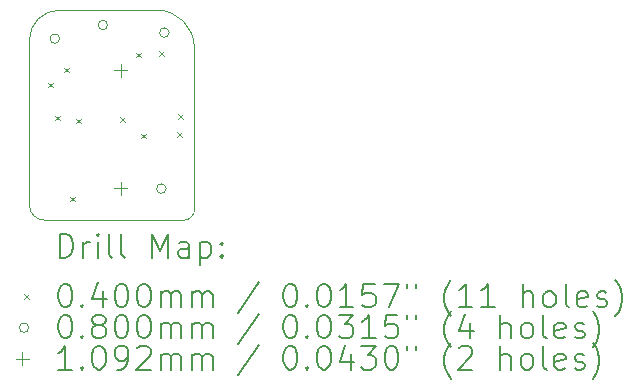
<source format=gbr>
%TF.GenerationSoftware,KiCad,Pcbnew,7.0.7*%
%TF.CreationDate,2023-12-15T10:50:05-05:00*%
%TF.ProjectId,Conference Circuit 1214,436f6e66-6572-4656-9e63-652043697263,rev?*%
%TF.SameCoordinates,Original*%
%TF.FileFunction,Drillmap*%
%TF.FilePolarity,Positive*%
%FSLAX45Y45*%
G04 Gerber Fmt 4.5, Leading zero omitted, Abs format (unit mm)*
G04 Created by KiCad (PCBNEW 7.0.7) date 2023-12-15 10:50:05*
%MOMM*%
%LPD*%
G01*
G04 APERTURE LIST*
%ADD10C,0.100000*%
%ADD11C,0.200000*%
%ADD12C,0.040000*%
%ADD13C,0.080000*%
%ADD14C,0.109220*%
G04 APERTURE END LIST*
D10*
X16319500Y-9207500D02*
X16319500Y-10287000D01*
X14922500Y-10541000D02*
G75*
G03*
X15049500Y-10668000I127000J0D01*
G01*
X16230600Y-10668903D02*
X15049500Y-10668000D01*
X16230600Y-10668902D02*
G75*
G03*
X16319500Y-10566400I0J89802D01*
G01*
X16319500Y-10287000D02*
X16319500Y-10566400D01*
X16319500Y-9207500D02*
G75*
G03*
X16002000Y-8890000I-317500J0D01*
G01*
X14922500Y-10541000D02*
X14922500Y-10287000D01*
X16002000Y-8890000D02*
X15176500Y-8890000D01*
X14922500Y-9144000D02*
X14922500Y-10287000D01*
X15176500Y-8890000D02*
G75*
G03*
X14922500Y-9144000I0J-254000D01*
G01*
D11*
D12*
X15080300Y-9505000D02*
X15120300Y-9545000D01*
X15120300Y-9505000D02*
X15080300Y-9545000D01*
X15143800Y-9784400D02*
X15183800Y-9824400D01*
X15183800Y-9784400D02*
X15143800Y-9824400D01*
X15220000Y-9378000D02*
X15260000Y-9418000D01*
X15260000Y-9378000D02*
X15220000Y-9418000D01*
X15270800Y-10470200D02*
X15310800Y-10510200D01*
X15310800Y-10470200D02*
X15270800Y-10510200D01*
X15321600Y-9809800D02*
X15361600Y-9849800D01*
X15361600Y-9809800D02*
X15321600Y-9849800D01*
X15689900Y-9797100D02*
X15729900Y-9837100D01*
X15729900Y-9797100D02*
X15689900Y-9837100D01*
X15829600Y-9251000D02*
X15869600Y-9291000D01*
X15869600Y-9251000D02*
X15829600Y-9291000D01*
X15867700Y-9936800D02*
X15907700Y-9976800D01*
X15907700Y-9936800D02*
X15867700Y-9976800D01*
X16020100Y-9238300D02*
X16060100Y-9278300D01*
X16060100Y-9238300D02*
X16020100Y-9278300D01*
X16172500Y-9924100D02*
X16212500Y-9964100D01*
X16212500Y-9924100D02*
X16172500Y-9964100D01*
X16185200Y-9771700D02*
X16225200Y-9811700D01*
X16225200Y-9771700D02*
X16185200Y-9811700D01*
D13*
X15178400Y-9131300D02*
G75*
G03*
X15178400Y-9131300I-40000J0D01*
G01*
X15584800Y-9017000D02*
G75*
G03*
X15584800Y-9017000I-40000J0D01*
G01*
X16080100Y-10401300D02*
G75*
G03*
X16080100Y-10401300I-40000J0D01*
G01*
X16105500Y-9080500D02*
G75*
G03*
X16105500Y-9080500I-40000J0D01*
G01*
D14*
X15696500Y-9344150D02*
X15696500Y-9453370D01*
X15641890Y-9398760D02*
X15751110Y-9398760D01*
X15696500Y-10344150D02*
X15696500Y-10453370D01*
X15641890Y-10398760D02*
X15751110Y-10398760D01*
D11*
X15178277Y-10985386D02*
X15178277Y-10785386D01*
X15178277Y-10785386D02*
X15225896Y-10785386D01*
X15225896Y-10785386D02*
X15254467Y-10794910D01*
X15254467Y-10794910D02*
X15273515Y-10813958D01*
X15273515Y-10813958D02*
X15283039Y-10833005D01*
X15283039Y-10833005D02*
X15292562Y-10871101D01*
X15292562Y-10871101D02*
X15292562Y-10899672D01*
X15292562Y-10899672D02*
X15283039Y-10937767D01*
X15283039Y-10937767D02*
X15273515Y-10956815D01*
X15273515Y-10956815D02*
X15254467Y-10975863D01*
X15254467Y-10975863D02*
X15225896Y-10985386D01*
X15225896Y-10985386D02*
X15178277Y-10985386D01*
X15378277Y-10985386D02*
X15378277Y-10852053D01*
X15378277Y-10890148D02*
X15387801Y-10871101D01*
X15387801Y-10871101D02*
X15397324Y-10861577D01*
X15397324Y-10861577D02*
X15416372Y-10852053D01*
X15416372Y-10852053D02*
X15435420Y-10852053D01*
X15502086Y-10985386D02*
X15502086Y-10852053D01*
X15502086Y-10785386D02*
X15492562Y-10794910D01*
X15492562Y-10794910D02*
X15502086Y-10804434D01*
X15502086Y-10804434D02*
X15511610Y-10794910D01*
X15511610Y-10794910D02*
X15502086Y-10785386D01*
X15502086Y-10785386D02*
X15502086Y-10804434D01*
X15625896Y-10985386D02*
X15606848Y-10975863D01*
X15606848Y-10975863D02*
X15597324Y-10956815D01*
X15597324Y-10956815D02*
X15597324Y-10785386D01*
X15730658Y-10985386D02*
X15711610Y-10975863D01*
X15711610Y-10975863D02*
X15702086Y-10956815D01*
X15702086Y-10956815D02*
X15702086Y-10785386D01*
X15959229Y-10985386D02*
X15959229Y-10785386D01*
X15959229Y-10785386D02*
X16025896Y-10928243D01*
X16025896Y-10928243D02*
X16092562Y-10785386D01*
X16092562Y-10785386D02*
X16092562Y-10985386D01*
X16273515Y-10985386D02*
X16273515Y-10880624D01*
X16273515Y-10880624D02*
X16263991Y-10861577D01*
X16263991Y-10861577D02*
X16244943Y-10852053D01*
X16244943Y-10852053D02*
X16206848Y-10852053D01*
X16206848Y-10852053D02*
X16187801Y-10861577D01*
X16273515Y-10975863D02*
X16254467Y-10985386D01*
X16254467Y-10985386D02*
X16206848Y-10985386D01*
X16206848Y-10985386D02*
X16187801Y-10975863D01*
X16187801Y-10975863D02*
X16178277Y-10956815D01*
X16178277Y-10956815D02*
X16178277Y-10937767D01*
X16178277Y-10937767D02*
X16187801Y-10918720D01*
X16187801Y-10918720D02*
X16206848Y-10909196D01*
X16206848Y-10909196D02*
X16254467Y-10909196D01*
X16254467Y-10909196D02*
X16273515Y-10899672D01*
X16368753Y-10852053D02*
X16368753Y-11052053D01*
X16368753Y-10861577D02*
X16387801Y-10852053D01*
X16387801Y-10852053D02*
X16425896Y-10852053D01*
X16425896Y-10852053D02*
X16444943Y-10861577D01*
X16444943Y-10861577D02*
X16454467Y-10871101D01*
X16454467Y-10871101D02*
X16463991Y-10890148D01*
X16463991Y-10890148D02*
X16463991Y-10947291D01*
X16463991Y-10947291D02*
X16454467Y-10966339D01*
X16454467Y-10966339D02*
X16444943Y-10975863D01*
X16444943Y-10975863D02*
X16425896Y-10985386D01*
X16425896Y-10985386D02*
X16387801Y-10985386D01*
X16387801Y-10985386D02*
X16368753Y-10975863D01*
X16549705Y-10966339D02*
X16559229Y-10975863D01*
X16559229Y-10975863D02*
X16549705Y-10985386D01*
X16549705Y-10985386D02*
X16540182Y-10975863D01*
X16540182Y-10975863D02*
X16549705Y-10966339D01*
X16549705Y-10966339D02*
X16549705Y-10985386D01*
X16549705Y-10861577D02*
X16559229Y-10871101D01*
X16559229Y-10871101D02*
X16549705Y-10880624D01*
X16549705Y-10880624D02*
X16540182Y-10871101D01*
X16540182Y-10871101D02*
X16549705Y-10861577D01*
X16549705Y-10861577D02*
X16549705Y-10880624D01*
D12*
X14877500Y-11293902D02*
X14917500Y-11333902D01*
X14917500Y-11293902D02*
X14877500Y-11333902D01*
D11*
X15216372Y-11205386D02*
X15235420Y-11205386D01*
X15235420Y-11205386D02*
X15254467Y-11214910D01*
X15254467Y-11214910D02*
X15263991Y-11224434D01*
X15263991Y-11224434D02*
X15273515Y-11243481D01*
X15273515Y-11243481D02*
X15283039Y-11281577D01*
X15283039Y-11281577D02*
X15283039Y-11329196D01*
X15283039Y-11329196D02*
X15273515Y-11367291D01*
X15273515Y-11367291D02*
X15263991Y-11386339D01*
X15263991Y-11386339D02*
X15254467Y-11395862D01*
X15254467Y-11395862D02*
X15235420Y-11405386D01*
X15235420Y-11405386D02*
X15216372Y-11405386D01*
X15216372Y-11405386D02*
X15197324Y-11395862D01*
X15197324Y-11395862D02*
X15187801Y-11386339D01*
X15187801Y-11386339D02*
X15178277Y-11367291D01*
X15178277Y-11367291D02*
X15168753Y-11329196D01*
X15168753Y-11329196D02*
X15168753Y-11281577D01*
X15168753Y-11281577D02*
X15178277Y-11243481D01*
X15178277Y-11243481D02*
X15187801Y-11224434D01*
X15187801Y-11224434D02*
X15197324Y-11214910D01*
X15197324Y-11214910D02*
X15216372Y-11205386D01*
X15368753Y-11386339D02*
X15378277Y-11395862D01*
X15378277Y-11395862D02*
X15368753Y-11405386D01*
X15368753Y-11405386D02*
X15359229Y-11395862D01*
X15359229Y-11395862D02*
X15368753Y-11386339D01*
X15368753Y-11386339D02*
X15368753Y-11405386D01*
X15549705Y-11272053D02*
X15549705Y-11405386D01*
X15502086Y-11195862D02*
X15454467Y-11338720D01*
X15454467Y-11338720D02*
X15578277Y-11338720D01*
X15692562Y-11205386D02*
X15711610Y-11205386D01*
X15711610Y-11205386D02*
X15730658Y-11214910D01*
X15730658Y-11214910D02*
X15740182Y-11224434D01*
X15740182Y-11224434D02*
X15749705Y-11243481D01*
X15749705Y-11243481D02*
X15759229Y-11281577D01*
X15759229Y-11281577D02*
X15759229Y-11329196D01*
X15759229Y-11329196D02*
X15749705Y-11367291D01*
X15749705Y-11367291D02*
X15740182Y-11386339D01*
X15740182Y-11386339D02*
X15730658Y-11395862D01*
X15730658Y-11395862D02*
X15711610Y-11405386D01*
X15711610Y-11405386D02*
X15692562Y-11405386D01*
X15692562Y-11405386D02*
X15673515Y-11395862D01*
X15673515Y-11395862D02*
X15663991Y-11386339D01*
X15663991Y-11386339D02*
X15654467Y-11367291D01*
X15654467Y-11367291D02*
X15644943Y-11329196D01*
X15644943Y-11329196D02*
X15644943Y-11281577D01*
X15644943Y-11281577D02*
X15654467Y-11243481D01*
X15654467Y-11243481D02*
X15663991Y-11224434D01*
X15663991Y-11224434D02*
X15673515Y-11214910D01*
X15673515Y-11214910D02*
X15692562Y-11205386D01*
X15883039Y-11205386D02*
X15902086Y-11205386D01*
X15902086Y-11205386D02*
X15921134Y-11214910D01*
X15921134Y-11214910D02*
X15930658Y-11224434D01*
X15930658Y-11224434D02*
X15940182Y-11243481D01*
X15940182Y-11243481D02*
X15949705Y-11281577D01*
X15949705Y-11281577D02*
X15949705Y-11329196D01*
X15949705Y-11329196D02*
X15940182Y-11367291D01*
X15940182Y-11367291D02*
X15930658Y-11386339D01*
X15930658Y-11386339D02*
X15921134Y-11395862D01*
X15921134Y-11395862D02*
X15902086Y-11405386D01*
X15902086Y-11405386D02*
X15883039Y-11405386D01*
X15883039Y-11405386D02*
X15863991Y-11395862D01*
X15863991Y-11395862D02*
X15854467Y-11386339D01*
X15854467Y-11386339D02*
X15844943Y-11367291D01*
X15844943Y-11367291D02*
X15835420Y-11329196D01*
X15835420Y-11329196D02*
X15835420Y-11281577D01*
X15835420Y-11281577D02*
X15844943Y-11243481D01*
X15844943Y-11243481D02*
X15854467Y-11224434D01*
X15854467Y-11224434D02*
X15863991Y-11214910D01*
X15863991Y-11214910D02*
X15883039Y-11205386D01*
X16035420Y-11405386D02*
X16035420Y-11272053D01*
X16035420Y-11291100D02*
X16044943Y-11281577D01*
X16044943Y-11281577D02*
X16063991Y-11272053D01*
X16063991Y-11272053D02*
X16092563Y-11272053D01*
X16092563Y-11272053D02*
X16111610Y-11281577D01*
X16111610Y-11281577D02*
X16121134Y-11300624D01*
X16121134Y-11300624D02*
X16121134Y-11405386D01*
X16121134Y-11300624D02*
X16130658Y-11281577D01*
X16130658Y-11281577D02*
X16149705Y-11272053D01*
X16149705Y-11272053D02*
X16178277Y-11272053D01*
X16178277Y-11272053D02*
X16197324Y-11281577D01*
X16197324Y-11281577D02*
X16206848Y-11300624D01*
X16206848Y-11300624D02*
X16206848Y-11405386D01*
X16302086Y-11405386D02*
X16302086Y-11272053D01*
X16302086Y-11291100D02*
X16311610Y-11281577D01*
X16311610Y-11281577D02*
X16330658Y-11272053D01*
X16330658Y-11272053D02*
X16359229Y-11272053D01*
X16359229Y-11272053D02*
X16378277Y-11281577D01*
X16378277Y-11281577D02*
X16387801Y-11300624D01*
X16387801Y-11300624D02*
X16387801Y-11405386D01*
X16387801Y-11300624D02*
X16397324Y-11281577D01*
X16397324Y-11281577D02*
X16416372Y-11272053D01*
X16416372Y-11272053D02*
X16444943Y-11272053D01*
X16444943Y-11272053D02*
X16463991Y-11281577D01*
X16463991Y-11281577D02*
X16473515Y-11300624D01*
X16473515Y-11300624D02*
X16473515Y-11405386D01*
X16863991Y-11195862D02*
X16692563Y-11453005D01*
X17121134Y-11205386D02*
X17140182Y-11205386D01*
X17140182Y-11205386D02*
X17159229Y-11214910D01*
X17159229Y-11214910D02*
X17168753Y-11224434D01*
X17168753Y-11224434D02*
X17178277Y-11243481D01*
X17178277Y-11243481D02*
X17187801Y-11281577D01*
X17187801Y-11281577D02*
X17187801Y-11329196D01*
X17187801Y-11329196D02*
X17178277Y-11367291D01*
X17178277Y-11367291D02*
X17168753Y-11386339D01*
X17168753Y-11386339D02*
X17159229Y-11395862D01*
X17159229Y-11395862D02*
X17140182Y-11405386D01*
X17140182Y-11405386D02*
X17121134Y-11405386D01*
X17121134Y-11405386D02*
X17102087Y-11395862D01*
X17102087Y-11395862D02*
X17092563Y-11386339D01*
X17092563Y-11386339D02*
X17083039Y-11367291D01*
X17083039Y-11367291D02*
X17073515Y-11329196D01*
X17073515Y-11329196D02*
X17073515Y-11281577D01*
X17073515Y-11281577D02*
X17083039Y-11243481D01*
X17083039Y-11243481D02*
X17092563Y-11224434D01*
X17092563Y-11224434D02*
X17102087Y-11214910D01*
X17102087Y-11214910D02*
X17121134Y-11205386D01*
X17273515Y-11386339D02*
X17283039Y-11395862D01*
X17283039Y-11395862D02*
X17273515Y-11405386D01*
X17273515Y-11405386D02*
X17263991Y-11395862D01*
X17263991Y-11395862D02*
X17273515Y-11386339D01*
X17273515Y-11386339D02*
X17273515Y-11405386D01*
X17406848Y-11205386D02*
X17425896Y-11205386D01*
X17425896Y-11205386D02*
X17444944Y-11214910D01*
X17444944Y-11214910D02*
X17454468Y-11224434D01*
X17454468Y-11224434D02*
X17463991Y-11243481D01*
X17463991Y-11243481D02*
X17473515Y-11281577D01*
X17473515Y-11281577D02*
X17473515Y-11329196D01*
X17473515Y-11329196D02*
X17463991Y-11367291D01*
X17463991Y-11367291D02*
X17454468Y-11386339D01*
X17454468Y-11386339D02*
X17444944Y-11395862D01*
X17444944Y-11395862D02*
X17425896Y-11405386D01*
X17425896Y-11405386D02*
X17406848Y-11405386D01*
X17406848Y-11405386D02*
X17387801Y-11395862D01*
X17387801Y-11395862D02*
X17378277Y-11386339D01*
X17378277Y-11386339D02*
X17368753Y-11367291D01*
X17368753Y-11367291D02*
X17359229Y-11329196D01*
X17359229Y-11329196D02*
X17359229Y-11281577D01*
X17359229Y-11281577D02*
X17368753Y-11243481D01*
X17368753Y-11243481D02*
X17378277Y-11224434D01*
X17378277Y-11224434D02*
X17387801Y-11214910D01*
X17387801Y-11214910D02*
X17406848Y-11205386D01*
X17663991Y-11405386D02*
X17549706Y-11405386D01*
X17606848Y-11405386D02*
X17606848Y-11205386D01*
X17606848Y-11205386D02*
X17587801Y-11233958D01*
X17587801Y-11233958D02*
X17568753Y-11253005D01*
X17568753Y-11253005D02*
X17549706Y-11262529D01*
X17844944Y-11205386D02*
X17749706Y-11205386D01*
X17749706Y-11205386D02*
X17740182Y-11300624D01*
X17740182Y-11300624D02*
X17749706Y-11291100D01*
X17749706Y-11291100D02*
X17768753Y-11281577D01*
X17768753Y-11281577D02*
X17816372Y-11281577D01*
X17816372Y-11281577D02*
X17835420Y-11291100D01*
X17835420Y-11291100D02*
X17844944Y-11300624D01*
X17844944Y-11300624D02*
X17854468Y-11319672D01*
X17854468Y-11319672D02*
X17854468Y-11367291D01*
X17854468Y-11367291D02*
X17844944Y-11386339D01*
X17844944Y-11386339D02*
X17835420Y-11395862D01*
X17835420Y-11395862D02*
X17816372Y-11405386D01*
X17816372Y-11405386D02*
X17768753Y-11405386D01*
X17768753Y-11405386D02*
X17749706Y-11395862D01*
X17749706Y-11395862D02*
X17740182Y-11386339D01*
X17921134Y-11205386D02*
X18054468Y-11205386D01*
X18054468Y-11205386D02*
X17968753Y-11405386D01*
X18121134Y-11205386D02*
X18121134Y-11243481D01*
X18197325Y-11205386D02*
X18197325Y-11243481D01*
X18492563Y-11481577D02*
X18483039Y-11472053D01*
X18483039Y-11472053D02*
X18463991Y-11443481D01*
X18463991Y-11443481D02*
X18454468Y-11424434D01*
X18454468Y-11424434D02*
X18444944Y-11395862D01*
X18444944Y-11395862D02*
X18435420Y-11348243D01*
X18435420Y-11348243D02*
X18435420Y-11310148D01*
X18435420Y-11310148D02*
X18444944Y-11262529D01*
X18444944Y-11262529D02*
X18454468Y-11233958D01*
X18454468Y-11233958D02*
X18463991Y-11214910D01*
X18463991Y-11214910D02*
X18483039Y-11186339D01*
X18483039Y-11186339D02*
X18492563Y-11176815D01*
X18673515Y-11405386D02*
X18559230Y-11405386D01*
X18616372Y-11405386D02*
X18616372Y-11205386D01*
X18616372Y-11205386D02*
X18597325Y-11233958D01*
X18597325Y-11233958D02*
X18578277Y-11253005D01*
X18578277Y-11253005D02*
X18559230Y-11262529D01*
X18863991Y-11405386D02*
X18749706Y-11405386D01*
X18806849Y-11405386D02*
X18806849Y-11205386D01*
X18806849Y-11205386D02*
X18787801Y-11233958D01*
X18787801Y-11233958D02*
X18768753Y-11253005D01*
X18768753Y-11253005D02*
X18749706Y-11262529D01*
X19102087Y-11405386D02*
X19102087Y-11205386D01*
X19187801Y-11405386D02*
X19187801Y-11300624D01*
X19187801Y-11300624D02*
X19178277Y-11281577D01*
X19178277Y-11281577D02*
X19159230Y-11272053D01*
X19159230Y-11272053D02*
X19130658Y-11272053D01*
X19130658Y-11272053D02*
X19111611Y-11281577D01*
X19111611Y-11281577D02*
X19102087Y-11291100D01*
X19311611Y-11405386D02*
X19292563Y-11395862D01*
X19292563Y-11395862D02*
X19283039Y-11386339D01*
X19283039Y-11386339D02*
X19273515Y-11367291D01*
X19273515Y-11367291D02*
X19273515Y-11310148D01*
X19273515Y-11310148D02*
X19283039Y-11291100D01*
X19283039Y-11291100D02*
X19292563Y-11281577D01*
X19292563Y-11281577D02*
X19311611Y-11272053D01*
X19311611Y-11272053D02*
X19340182Y-11272053D01*
X19340182Y-11272053D02*
X19359230Y-11281577D01*
X19359230Y-11281577D02*
X19368753Y-11291100D01*
X19368753Y-11291100D02*
X19378277Y-11310148D01*
X19378277Y-11310148D02*
X19378277Y-11367291D01*
X19378277Y-11367291D02*
X19368753Y-11386339D01*
X19368753Y-11386339D02*
X19359230Y-11395862D01*
X19359230Y-11395862D02*
X19340182Y-11405386D01*
X19340182Y-11405386D02*
X19311611Y-11405386D01*
X19492563Y-11405386D02*
X19473515Y-11395862D01*
X19473515Y-11395862D02*
X19463992Y-11376815D01*
X19463992Y-11376815D02*
X19463992Y-11205386D01*
X19644944Y-11395862D02*
X19625896Y-11405386D01*
X19625896Y-11405386D02*
X19587801Y-11405386D01*
X19587801Y-11405386D02*
X19568753Y-11395862D01*
X19568753Y-11395862D02*
X19559230Y-11376815D01*
X19559230Y-11376815D02*
X19559230Y-11300624D01*
X19559230Y-11300624D02*
X19568753Y-11281577D01*
X19568753Y-11281577D02*
X19587801Y-11272053D01*
X19587801Y-11272053D02*
X19625896Y-11272053D01*
X19625896Y-11272053D02*
X19644944Y-11281577D01*
X19644944Y-11281577D02*
X19654468Y-11300624D01*
X19654468Y-11300624D02*
X19654468Y-11319672D01*
X19654468Y-11319672D02*
X19559230Y-11338720D01*
X19730658Y-11395862D02*
X19749706Y-11405386D01*
X19749706Y-11405386D02*
X19787801Y-11405386D01*
X19787801Y-11405386D02*
X19806849Y-11395862D01*
X19806849Y-11395862D02*
X19816373Y-11376815D01*
X19816373Y-11376815D02*
X19816373Y-11367291D01*
X19816373Y-11367291D02*
X19806849Y-11348243D01*
X19806849Y-11348243D02*
X19787801Y-11338720D01*
X19787801Y-11338720D02*
X19759230Y-11338720D01*
X19759230Y-11338720D02*
X19740182Y-11329196D01*
X19740182Y-11329196D02*
X19730658Y-11310148D01*
X19730658Y-11310148D02*
X19730658Y-11300624D01*
X19730658Y-11300624D02*
X19740182Y-11281577D01*
X19740182Y-11281577D02*
X19759230Y-11272053D01*
X19759230Y-11272053D02*
X19787801Y-11272053D01*
X19787801Y-11272053D02*
X19806849Y-11281577D01*
X19883039Y-11481577D02*
X19892563Y-11472053D01*
X19892563Y-11472053D02*
X19911611Y-11443481D01*
X19911611Y-11443481D02*
X19921134Y-11424434D01*
X19921134Y-11424434D02*
X19930658Y-11395862D01*
X19930658Y-11395862D02*
X19940182Y-11348243D01*
X19940182Y-11348243D02*
X19940182Y-11310148D01*
X19940182Y-11310148D02*
X19930658Y-11262529D01*
X19930658Y-11262529D02*
X19921134Y-11233958D01*
X19921134Y-11233958D02*
X19911611Y-11214910D01*
X19911611Y-11214910D02*
X19892563Y-11186339D01*
X19892563Y-11186339D02*
X19883039Y-11176815D01*
D13*
X14917500Y-11577902D02*
G75*
G03*
X14917500Y-11577902I-40000J0D01*
G01*
D11*
X15216372Y-11469386D02*
X15235420Y-11469386D01*
X15235420Y-11469386D02*
X15254467Y-11478910D01*
X15254467Y-11478910D02*
X15263991Y-11488434D01*
X15263991Y-11488434D02*
X15273515Y-11507481D01*
X15273515Y-11507481D02*
X15283039Y-11545577D01*
X15283039Y-11545577D02*
X15283039Y-11593196D01*
X15283039Y-11593196D02*
X15273515Y-11631291D01*
X15273515Y-11631291D02*
X15263991Y-11650339D01*
X15263991Y-11650339D02*
X15254467Y-11659862D01*
X15254467Y-11659862D02*
X15235420Y-11669386D01*
X15235420Y-11669386D02*
X15216372Y-11669386D01*
X15216372Y-11669386D02*
X15197324Y-11659862D01*
X15197324Y-11659862D02*
X15187801Y-11650339D01*
X15187801Y-11650339D02*
X15178277Y-11631291D01*
X15178277Y-11631291D02*
X15168753Y-11593196D01*
X15168753Y-11593196D02*
X15168753Y-11545577D01*
X15168753Y-11545577D02*
X15178277Y-11507481D01*
X15178277Y-11507481D02*
X15187801Y-11488434D01*
X15187801Y-11488434D02*
X15197324Y-11478910D01*
X15197324Y-11478910D02*
X15216372Y-11469386D01*
X15368753Y-11650339D02*
X15378277Y-11659862D01*
X15378277Y-11659862D02*
X15368753Y-11669386D01*
X15368753Y-11669386D02*
X15359229Y-11659862D01*
X15359229Y-11659862D02*
X15368753Y-11650339D01*
X15368753Y-11650339D02*
X15368753Y-11669386D01*
X15492562Y-11555100D02*
X15473515Y-11545577D01*
X15473515Y-11545577D02*
X15463991Y-11536053D01*
X15463991Y-11536053D02*
X15454467Y-11517005D01*
X15454467Y-11517005D02*
X15454467Y-11507481D01*
X15454467Y-11507481D02*
X15463991Y-11488434D01*
X15463991Y-11488434D02*
X15473515Y-11478910D01*
X15473515Y-11478910D02*
X15492562Y-11469386D01*
X15492562Y-11469386D02*
X15530658Y-11469386D01*
X15530658Y-11469386D02*
X15549705Y-11478910D01*
X15549705Y-11478910D02*
X15559229Y-11488434D01*
X15559229Y-11488434D02*
X15568753Y-11507481D01*
X15568753Y-11507481D02*
X15568753Y-11517005D01*
X15568753Y-11517005D02*
X15559229Y-11536053D01*
X15559229Y-11536053D02*
X15549705Y-11545577D01*
X15549705Y-11545577D02*
X15530658Y-11555100D01*
X15530658Y-11555100D02*
X15492562Y-11555100D01*
X15492562Y-11555100D02*
X15473515Y-11564624D01*
X15473515Y-11564624D02*
X15463991Y-11574148D01*
X15463991Y-11574148D02*
X15454467Y-11593196D01*
X15454467Y-11593196D02*
X15454467Y-11631291D01*
X15454467Y-11631291D02*
X15463991Y-11650339D01*
X15463991Y-11650339D02*
X15473515Y-11659862D01*
X15473515Y-11659862D02*
X15492562Y-11669386D01*
X15492562Y-11669386D02*
X15530658Y-11669386D01*
X15530658Y-11669386D02*
X15549705Y-11659862D01*
X15549705Y-11659862D02*
X15559229Y-11650339D01*
X15559229Y-11650339D02*
X15568753Y-11631291D01*
X15568753Y-11631291D02*
X15568753Y-11593196D01*
X15568753Y-11593196D02*
X15559229Y-11574148D01*
X15559229Y-11574148D02*
X15549705Y-11564624D01*
X15549705Y-11564624D02*
X15530658Y-11555100D01*
X15692562Y-11469386D02*
X15711610Y-11469386D01*
X15711610Y-11469386D02*
X15730658Y-11478910D01*
X15730658Y-11478910D02*
X15740182Y-11488434D01*
X15740182Y-11488434D02*
X15749705Y-11507481D01*
X15749705Y-11507481D02*
X15759229Y-11545577D01*
X15759229Y-11545577D02*
X15759229Y-11593196D01*
X15759229Y-11593196D02*
X15749705Y-11631291D01*
X15749705Y-11631291D02*
X15740182Y-11650339D01*
X15740182Y-11650339D02*
X15730658Y-11659862D01*
X15730658Y-11659862D02*
X15711610Y-11669386D01*
X15711610Y-11669386D02*
X15692562Y-11669386D01*
X15692562Y-11669386D02*
X15673515Y-11659862D01*
X15673515Y-11659862D02*
X15663991Y-11650339D01*
X15663991Y-11650339D02*
X15654467Y-11631291D01*
X15654467Y-11631291D02*
X15644943Y-11593196D01*
X15644943Y-11593196D02*
X15644943Y-11545577D01*
X15644943Y-11545577D02*
X15654467Y-11507481D01*
X15654467Y-11507481D02*
X15663991Y-11488434D01*
X15663991Y-11488434D02*
X15673515Y-11478910D01*
X15673515Y-11478910D02*
X15692562Y-11469386D01*
X15883039Y-11469386D02*
X15902086Y-11469386D01*
X15902086Y-11469386D02*
X15921134Y-11478910D01*
X15921134Y-11478910D02*
X15930658Y-11488434D01*
X15930658Y-11488434D02*
X15940182Y-11507481D01*
X15940182Y-11507481D02*
X15949705Y-11545577D01*
X15949705Y-11545577D02*
X15949705Y-11593196D01*
X15949705Y-11593196D02*
X15940182Y-11631291D01*
X15940182Y-11631291D02*
X15930658Y-11650339D01*
X15930658Y-11650339D02*
X15921134Y-11659862D01*
X15921134Y-11659862D02*
X15902086Y-11669386D01*
X15902086Y-11669386D02*
X15883039Y-11669386D01*
X15883039Y-11669386D02*
X15863991Y-11659862D01*
X15863991Y-11659862D02*
X15854467Y-11650339D01*
X15854467Y-11650339D02*
X15844943Y-11631291D01*
X15844943Y-11631291D02*
X15835420Y-11593196D01*
X15835420Y-11593196D02*
X15835420Y-11545577D01*
X15835420Y-11545577D02*
X15844943Y-11507481D01*
X15844943Y-11507481D02*
X15854467Y-11488434D01*
X15854467Y-11488434D02*
X15863991Y-11478910D01*
X15863991Y-11478910D02*
X15883039Y-11469386D01*
X16035420Y-11669386D02*
X16035420Y-11536053D01*
X16035420Y-11555100D02*
X16044943Y-11545577D01*
X16044943Y-11545577D02*
X16063991Y-11536053D01*
X16063991Y-11536053D02*
X16092563Y-11536053D01*
X16092563Y-11536053D02*
X16111610Y-11545577D01*
X16111610Y-11545577D02*
X16121134Y-11564624D01*
X16121134Y-11564624D02*
X16121134Y-11669386D01*
X16121134Y-11564624D02*
X16130658Y-11545577D01*
X16130658Y-11545577D02*
X16149705Y-11536053D01*
X16149705Y-11536053D02*
X16178277Y-11536053D01*
X16178277Y-11536053D02*
X16197324Y-11545577D01*
X16197324Y-11545577D02*
X16206848Y-11564624D01*
X16206848Y-11564624D02*
X16206848Y-11669386D01*
X16302086Y-11669386D02*
X16302086Y-11536053D01*
X16302086Y-11555100D02*
X16311610Y-11545577D01*
X16311610Y-11545577D02*
X16330658Y-11536053D01*
X16330658Y-11536053D02*
X16359229Y-11536053D01*
X16359229Y-11536053D02*
X16378277Y-11545577D01*
X16378277Y-11545577D02*
X16387801Y-11564624D01*
X16387801Y-11564624D02*
X16387801Y-11669386D01*
X16387801Y-11564624D02*
X16397324Y-11545577D01*
X16397324Y-11545577D02*
X16416372Y-11536053D01*
X16416372Y-11536053D02*
X16444943Y-11536053D01*
X16444943Y-11536053D02*
X16463991Y-11545577D01*
X16463991Y-11545577D02*
X16473515Y-11564624D01*
X16473515Y-11564624D02*
X16473515Y-11669386D01*
X16863991Y-11459862D02*
X16692563Y-11717005D01*
X17121134Y-11469386D02*
X17140182Y-11469386D01*
X17140182Y-11469386D02*
X17159229Y-11478910D01*
X17159229Y-11478910D02*
X17168753Y-11488434D01*
X17168753Y-11488434D02*
X17178277Y-11507481D01*
X17178277Y-11507481D02*
X17187801Y-11545577D01*
X17187801Y-11545577D02*
X17187801Y-11593196D01*
X17187801Y-11593196D02*
X17178277Y-11631291D01*
X17178277Y-11631291D02*
X17168753Y-11650339D01*
X17168753Y-11650339D02*
X17159229Y-11659862D01*
X17159229Y-11659862D02*
X17140182Y-11669386D01*
X17140182Y-11669386D02*
X17121134Y-11669386D01*
X17121134Y-11669386D02*
X17102087Y-11659862D01*
X17102087Y-11659862D02*
X17092563Y-11650339D01*
X17092563Y-11650339D02*
X17083039Y-11631291D01*
X17083039Y-11631291D02*
X17073515Y-11593196D01*
X17073515Y-11593196D02*
X17073515Y-11545577D01*
X17073515Y-11545577D02*
X17083039Y-11507481D01*
X17083039Y-11507481D02*
X17092563Y-11488434D01*
X17092563Y-11488434D02*
X17102087Y-11478910D01*
X17102087Y-11478910D02*
X17121134Y-11469386D01*
X17273515Y-11650339D02*
X17283039Y-11659862D01*
X17283039Y-11659862D02*
X17273515Y-11669386D01*
X17273515Y-11669386D02*
X17263991Y-11659862D01*
X17263991Y-11659862D02*
X17273515Y-11650339D01*
X17273515Y-11650339D02*
X17273515Y-11669386D01*
X17406848Y-11469386D02*
X17425896Y-11469386D01*
X17425896Y-11469386D02*
X17444944Y-11478910D01*
X17444944Y-11478910D02*
X17454468Y-11488434D01*
X17454468Y-11488434D02*
X17463991Y-11507481D01*
X17463991Y-11507481D02*
X17473515Y-11545577D01*
X17473515Y-11545577D02*
X17473515Y-11593196D01*
X17473515Y-11593196D02*
X17463991Y-11631291D01*
X17463991Y-11631291D02*
X17454468Y-11650339D01*
X17454468Y-11650339D02*
X17444944Y-11659862D01*
X17444944Y-11659862D02*
X17425896Y-11669386D01*
X17425896Y-11669386D02*
X17406848Y-11669386D01*
X17406848Y-11669386D02*
X17387801Y-11659862D01*
X17387801Y-11659862D02*
X17378277Y-11650339D01*
X17378277Y-11650339D02*
X17368753Y-11631291D01*
X17368753Y-11631291D02*
X17359229Y-11593196D01*
X17359229Y-11593196D02*
X17359229Y-11545577D01*
X17359229Y-11545577D02*
X17368753Y-11507481D01*
X17368753Y-11507481D02*
X17378277Y-11488434D01*
X17378277Y-11488434D02*
X17387801Y-11478910D01*
X17387801Y-11478910D02*
X17406848Y-11469386D01*
X17540182Y-11469386D02*
X17663991Y-11469386D01*
X17663991Y-11469386D02*
X17597325Y-11545577D01*
X17597325Y-11545577D02*
X17625896Y-11545577D01*
X17625896Y-11545577D02*
X17644944Y-11555100D01*
X17644944Y-11555100D02*
X17654468Y-11564624D01*
X17654468Y-11564624D02*
X17663991Y-11583672D01*
X17663991Y-11583672D02*
X17663991Y-11631291D01*
X17663991Y-11631291D02*
X17654468Y-11650339D01*
X17654468Y-11650339D02*
X17644944Y-11659862D01*
X17644944Y-11659862D02*
X17625896Y-11669386D01*
X17625896Y-11669386D02*
X17568753Y-11669386D01*
X17568753Y-11669386D02*
X17549706Y-11659862D01*
X17549706Y-11659862D02*
X17540182Y-11650339D01*
X17854468Y-11669386D02*
X17740182Y-11669386D01*
X17797325Y-11669386D02*
X17797325Y-11469386D01*
X17797325Y-11469386D02*
X17778277Y-11497958D01*
X17778277Y-11497958D02*
X17759229Y-11517005D01*
X17759229Y-11517005D02*
X17740182Y-11526529D01*
X18035420Y-11469386D02*
X17940182Y-11469386D01*
X17940182Y-11469386D02*
X17930658Y-11564624D01*
X17930658Y-11564624D02*
X17940182Y-11555100D01*
X17940182Y-11555100D02*
X17959229Y-11545577D01*
X17959229Y-11545577D02*
X18006849Y-11545577D01*
X18006849Y-11545577D02*
X18025896Y-11555100D01*
X18025896Y-11555100D02*
X18035420Y-11564624D01*
X18035420Y-11564624D02*
X18044944Y-11583672D01*
X18044944Y-11583672D02*
X18044944Y-11631291D01*
X18044944Y-11631291D02*
X18035420Y-11650339D01*
X18035420Y-11650339D02*
X18025896Y-11659862D01*
X18025896Y-11659862D02*
X18006849Y-11669386D01*
X18006849Y-11669386D02*
X17959229Y-11669386D01*
X17959229Y-11669386D02*
X17940182Y-11659862D01*
X17940182Y-11659862D02*
X17930658Y-11650339D01*
X18121134Y-11469386D02*
X18121134Y-11507481D01*
X18197325Y-11469386D02*
X18197325Y-11507481D01*
X18492563Y-11745577D02*
X18483039Y-11736053D01*
X18483039Y-11736053D02*
X18463991Y-11707481D01*
X18463991Y-11707481D02*
X18454468Y-11688434D01*
X18454468Y-11688434D02*
X18444944Y-11659862D01*
X18444944Y-11659862D02*
X18435420Y-11612243D01*
X18435420Y-11612243D02*
X18435420Y-11574148D01*
X18435420Y-11574148D02*
X18444944Y-11526529D01*
X18444944Y-11526529D02*
X18454468Y-11497958D01*
X18454468Y-11497958D02*
X18463991Y-11478910D01*
X18463991Y-11478910D02*
X18483039Y-11450339D01*
X18483039Y-11450339D02*
X18492563Y-11440815D01*
X18654468Y-11536053D02*
X18654468Y-11669386D01*
X18606849Y-11459862D02*
X18559230Y-11602720D01*
X18559230Y-11602720D02*
X18683039Y-11602720D01*
X18911611Y-11669386D02*
X18911611Y-11469386D01*
X18997325Y-11669386D02*
X18997325Y-11564624D01*
X18997325Y-11564624D02*
X18987801Y-11545577D01*
X18987801Y-11545577D02*
X18968753Y-11536053D01*
X18968753Y-11536053D02*
X18940182Y-11536053D01*
X18940182Y-11536053D02*
X18921134Y-11545577D01*
X18921134Y-11545577D02*
X18911611Y-11555100D01*
X19121134Y-11669386D02*
X19102087Y-11659862D01*
X19102087Y-11659862D02*
X19092563Y-11650339D01*
X19092563Y-11650339D02*
X19083039Y-11631291D01*
X19083039Y-11631291D02*
X19083039Y-11574148D01*
X19083039Y-11574148D02*
X19092563Y-11555100D01*
X19092563Y-11555100D02*
X19102087Y-11545577D01*
X19102087Y-11545577D02*
X19121134Y-11536053D01*
X19121134Y-11536053D02*
X19149706Y-11536053D01*
X19149706Y-11536053D02*
X19168753Y-11545577D01*
X19168753Y-11545577D02*
X19178277Y-11555100D01*
X19178277Y-11555100D02*
X19187801Y-11574148D01*
X19187801Y-11574148D02*
X19187801Y-11631291D01*
X19187801Y-11631291D02*
X19178277Y-11650339D01*
X19178277Y-11650339D02*
X19168753Y-11659862D01*
X19168753Y-11659862D02*
X19149706Y-11669386D01*
X19149706Y-11669386D02*
X19121134Y-11669386D01*
X19302087Y-11669386D02*
X19283039Y-11659862D01*
X19283039Y-11659862D02*
X19273515Y-11640815D01*
X19273515Y-11640815D02*
X19273515Y-11469386D01*
X19454468Y-11659862D02*
X19435420Y-11669386D01*
X19435420Y-11669386D02*
X19397325Y-11669386D01*
X19397325Y-11669386D02*
X19378277Y-11659862D01*
X19378277Y-11659862D02*
X19368753Y-11640815D01*
X19368753Y-11640815D02*
X19368753Y-11564624D01*
X19368753Y-11564624D02*
X19378277Y-11545577D01*
X19378277Y-11545577D02*
X19397325Y-11536053D01*
X19397325Y-11536053D02*
X19435420Y-11536053D01*
X19435420Y-11536053D02*
X19454468Y-11545577D01*
X19454468Y-11545577D02*
X19463992Y-11564624D01*
X19463992Y-11564624D02*
X19463992Y-11583672D01*
X19463992Y-11583672D02*
X19368753Y-11602720D01*
X19540182Y-11659862D02*
X19559230Y-11669386D01*
X19559230Y-11669386D02*
X19597325Y-11669386D01*
X19597325Y-11669386D02*
X19616373Y-11659862D01*
X19616373Y-11659862D02*
X19625896Y-11640815D01*
X19625896Y-11640815D02*
X19625896Y-11631291D01*
X19625896Y-11631291D02*
X19616373Y-11612243D01*
X19616373Y-11612243D02*
X19597325Y-11602720D01*
X19597325Y-11602720D02*
X19568753Y-11602720D01*
X19568753Y-11602720D02*
X19549706Y-11593196D01*
X19549706Y-11593196D02*
X19540182Y-11574148D01*
X19540182Y-11574148D02*
X19540182Y-11564624D01*
X19540182Y-11564624D02*
X19549706Y-11545577D01*
X19549706Y-11545577D02*
X19568753Y-11536053D01*
X19568753Y-11536053D02*
X19597325Y-11536053D01*
X19597325Y-11536053D02*
X19616373Y-11545577D01*
X19692563Y-11745577D02*
X19702087Y-11736053D01*
X19702087Y-11736053D02*
X19721134Y-11707481D01*
X19721134Y-11707481D02*
X19730658Y-11688434D01*
X19730658Y-11688434D02*
X19740182Y-11659862D01*
X19740182Y-11659862D02*
X19749706Y-11612243D01*
X19749706Y-11612243D02*
X19749706Y-11574148D01*
X19749706Y-11574148D02*
X19740182Y-11526529D01*
X19740182Y-11526529D02*
X19730658Y-11497958D01*
X19730658Y-11497958D02*
X19721134Y-11478910D01*
X19721134Y-11478910D02*
X19702087Y-11450339D01*
X19702087Y-11450339D02*
X19692563Y-11440815D01*
D14*
X14862890Y-11787292D02*
X14862890Y-11896512D01*
X14808280Y-11841902D02*
X14917500Y-11841902D01*
D11*
X15283039Y-11933386D02*
X15168753Y-11933386D01*
X15225896Y-11933386D02*
X15225896Y-11733386D01*
X15225896Y-11733386D02*
X15206848Y-11761958D01*
X15206848Y-11761958D02*
X15187801Y-11781005D01*
X15187801Y-11781005D02*
X15168753Y-11790529D01*
X15368753Y-11914339D02*
X15378277Y-11923862D01*
X15378277Y-11923862D02*
X15368753Y-11933386D01*
X15368753Y-11933386D02*
X15359229Y-11923862D01*
X15359229Y-11923862D02*
X15368753Y-11914339D01*
X15368753Y-11914339D02*
X15368753Y-11933386D01*
X15502086Y-11733386D02*
X15521134Y-11733386D01*
X15521134Y-11733386D02*
X15540182Y-11742910D01*
X15540182Y-11742910D02*
X15549705Y-11752434D01*
X15549705Y-11752434D02*
X15559229Y-11771481D01*
X15559229Y-11771481D02*
X15568753Y-11809577D01*
X15568753Y-11809577D02*
X15568753Y-11857196D01*
X15568753Y-11857196D02*
X15559229Y-11895291D01*
X15559229Y-11895291D02*
X15549705Y-11914339D01*
X15549705Y-11914339D02*
X15540182Y-11923862D01*
X15540182Y-11923862D02*
X15521134Y-11933386D01*
X15521134Y-11933386D02*
X15502086Y-11933386D01*
X15502086Y-11933386D02*
X15483039Y-11923862D01*
X15483039Y-11923862D02*
X15473515Y-11914339D01*
X15473515Y-11914339D02*
X15463991Y-11895291D01*
X15463991Y-11895291D02*
X15454467Y-11857196D01*
X15454467Y-11857196D02*
X15454467Y-11809577D01*
X15454467Y-11809577D02*
X15463991Y-11771481D01*
X15463991Y-11771481D02*
X15473515Y-11752434D01*
X15473515Y-11752434D02*
X15483039Y-11742910D01*
X15483039Y-11742910D02*
X15502086Y-11733386D01*
X15663991Y-11933386D02*
X15702086Y-11933386D01*
X15702086Y-11933386D02*
X15721134Y-11923862D01*
X15721134Y-11923862D02*
X15730658Y-11914339D01*
X15730658Y-11914339D02*
X15749705Y-11885767D01*
X15749705Y-11885767D02*
X15759229Y-11847672D01*
X15759229Y-11847672D02*
X15759229Y-11771481D01*
X15759229Y-11771481D02*
X15749705Y-11752434D01*
X15749705Y-11752434D02*
X15740182Y-11742910D01*
X15740182Y-11742910D02*
X15721134Y-11733386D01*
X15721134Y-11733386D02*
X15683039Y-11733386D01*
X15683039Y-11733386D02*
X15663991Y-11742910D01*
X15663991Y-11742910D02*
X15654467Y-11752434D01*
X15654467Y-11752434D02*
X15644943Y-11771481D01*
X15644943Y-11771481D02*
X15644943Y-11819100D01*
X15644943Y-11819100D02*
X15654467Y-11838148D01*
X15654467Y-11838148D02*
X15663991Y-11847672D01*
X15663991Y-11847672D02*
X15683039Y-11857196D01*
X15683039Y-11857196D02*
X15721134Y-11857196D01*
X15721134Y-11857196D02*
X15740182Y-11847672D01*
X15740182Y-11847672D02*
X15749705Y-11838148D01*
X15749705Y-11838148D02*
X15759229Y-11819100D01*
X15835420Y-11752434D02*
X15844943Y-11742910D01*
X15844943Y-11742910D02*
X15863991Y-11733386D01*
X15863991Y-11733386D02*
X15911610Y-11733386D01*
X15911610Y-11733386D02*
X15930658Y-11742910D01*
X15930658Y-11742910D02*
X15940182Y-11752434D01*
X15940182Y-11752434D02*
X15949705Y-11771481D01*
X15949705Y-11771481D02*
X15949705Y-11790529D01*
X15949705Y-11790529D02*
X15940182Y-11819100D01*
X15940182Y-11819100D02*
X15825896Y-11933386D01*
X15825896Y-11933386D02*
X15949705Y-11933386D01*
X16035420Y-11933386D02*
X16035420Y-11800053D01*
X16035420Y-11819100D02*
X16044943Y-11809577D01*
X16044943Y-11809577D02*
X16063991Y-11800053D01*
X16063991Y-11800053D02*
X16092563Y-11800053D01*
X16092563Y-11800053D02*
X16111610Y-11809577D01*
X16111610Y-11809577D02*
X16121134Y-11828624D01*
X16121134Y-11828624D02*
X16121134Y-11933386D01*
X16121134Y-11828624D02*
X16130658Y-11809577D01*
X16130658Y-11809577D02*
X16149705Y-11800053D01*
X16149705Y-11800053D02*
X16178277Y-11800053D01*
X16178277Y-11800053D02*
X16197324Y-11809577D01*
X16197324Y-11809577D02*
X16206848Y-11828624D01*
X16206848Y-11828624D02*
X16206848Y-11933386D01*
X16302086Y-11933386D02*
X16302086Y-11800053D01*
X16302086Y-11819100D02*
X16311610Y-11809577D01*
X16311610Y-11809577D02*
X16330658Y-11800053D01*
X16330658Y-11800053D02*
X16359229Y-11800053D01*
X16359229Y-11800053D02*
X16378277Y-11809577D01*
X16378277Y-11809577D02*
X16387801Y-11828624D01*
X16387801Y-11828624D02*
X16387801Y-11933386D01*
X16387801Y-11828624D02*
X16397324Y-11809577D01*
X16397324Y-11809577D02*
X16416372Y-11800053D01*
X16416372Y-11800053D02*
X16444943Y-11800053D01*
X16444943Y-11800053D02*
X16463991Y-11809577D01*
X16463991Y-11809577D02*
X16473515Y-11828624D01*
X16473515Y-11828624D02*
X16473515Y-11933386D01*
X16863991Y-11723862D02*
X16692563Y-11981005D01*
X17121134Y-11733386D02*
X17140182Y-11733386D01*
X17140182Y-11733386D02*
X17159229Y-11742910D01*
X17159229Y-11742910D02*
X17168753Y-11752434D01*
X17168753Y-11752434D02*
X17178277Y-11771481D01*
X17178277Y-11771481D02*
X17187801Y-11809577D01*
X17187801Y-11809577D02*
X17187801Y-11857196D01*
X17187801Y-11857196D02*
X17178277Y-11895291D01*
X17178277Y-11895291D02*
X17168753Y-11914339D01*
X17168753Y-11914339D02*
X17159229Y-11923862D01*
X17159229Y-11923862D02*
X17140182Y-11933386D01*
X17140182Y-11933386D02*
X17121134Y-11933386D01*
X17121134Y-11933386D02*
X17102087Y-11923862D01*
X17102087Y-11923862D02*
X17092563Y-11914339D01*
X17092563Y-11914339D02*
X17083039Y-11895291D01*
X17083039Y-11895291D02*
X17073515Y-11857196D01*
X17073515Y-11857196D02*
X17073515Y-11809577D01*
X17073515Y-11809577D02*
X17083039Y-11771481D01*
X17083039Y-11771481D02*
X17092563Y-11752434D01*
X17092563Y-11752434D02*
X17102087Y-11742910D01*
X17102087Y-11742910D02*
X17121134Y-11733386D01*
X17273515Y-11914339D02*
X17283039Y-11923862D01*
X17283039Y-11923862D02*
X17273515Y-11933386D01*
X17273515Y-11933386D02*
X17263991Y-11923862D01*
X17263991Y-11923862D02*
X17273515Y-11914339D01*
X17273515Y-11914339D02*
X17273515Y-11933386D01*
X17406848Y-11733386D02*
X17425896Y-11733386D01*
X17425896Y-11733386D02*
X17444944Y-11742910D01*
X17444944Y-11742910D02*
X17454468Y-11752434D01*
X17454468Y-11752434D02*
X17463991Y-11771481D01*
X17463991Y-11771481D02*
X17473515Y-11809577D01*
X17473515Y-11809577D02*
X17473515Y-11857196D01*
X17473515Y-11857196D02*
X17463991Y-11895291D01*
X17463991Y-11895291D02*
X17454468Y-11914339D01*
X17454468Y-11914339D02*
X17444944Y-11923862D01*
X17444944Y-11923862D02*
X17425896Y-11933386D01*
X17425896Y-11933386D02*
X17406848Y-11933386D01*
X17406848Y-11933386D02*
X17387801Y-11923862D01*
X17387801Y-11923862D02*
X17378277Y-11914339D01*
X17378277Y-11914339D02*
X17368753Y-11895291D01*
X17368753Y-11895291D02*
X17359229Y-11857196D01*
X17359229Y-11857196D02*
X17359229Y-11809577D01*
X17359229Y-11809577D02*
X17368753Y-11771481D01*
X17368753Y-11771481D02*
X17378277Y-11752434D01*
X17378277Y-11752434D02*
X17387801Y-11742910D01*
X17387801Y-11742910D02*
X17406848Y-11733386D01*
X17644944Y-11800053D02*
X17644944Y-11933386D01*
X17597325Y-11723862D02*
X17549706Y-11866720D01*
X17549706Y-11866720D02*
X17673515Y-11866720D01*
X17730658Y-11733386D02*
X17854468Y-11733386D01*
X17854468Y-11733386D02*
X17787801Y-11809577D01*
X17787801Y-11809577D02*
X17816372Y-11809577D01*
X17816372Y-11809577D02*
X17835420Y-11819100D01*
X17835420Y-11819100D02*
X17844944Y-11828624D01*
X17844944Y-11828624D02*
X17854468Y-11847672D01*
X17854468Y-11847672D02*
X17854468Y-11895291D01*
X17854468Y-11895291D02*
X17844944Y-11914339D01*
X17844944Y-11914339D02*
X17835420Y-11923862D01*
X17835420Y-11923862D02*
X17816372Y-11933386D01*
X17816372Y-11933386D02*
X17759229Y-11933386D01*
X17759229Y-11933386D02*
X17740182Y-11923862D01*
X17740182Y-11923862D02*
X17730658Y-11914339D01*
X17978277Y-11733386D02*
X17997325Y-11733386D01*
X17997325Y-11733386D02*
X18016372Y-11742910D01*
X18016372Y-11742910D02*
X18025896Y-11752434D01*
X18025896Y-11752434D02*
X18035420Y-11771481D01*
X18035420Y-11771481D02*
X18044944Y-11809577D01*
X18044944Y-11809577D02*
X18044944Y-11857196D01*
X18044944Y-11857196D02*
X18035420Y-11895291D01*
X18035420Y-11895291D02*
X18025896Y-11914339D01*
X18025896Y-11914339D02*
X18016372Y-11923862D01*
X18016372Y-11923862D02*
X17997325Y-11933386D01*
X17997325Y-11933386D02*
X17978277Y-11933386D01*
X17978277Y-11933386D02*
X17959229Y-11923862D01*
X17959229Y-11923862D02*
X17949706Y-11914339D01*
X17949706Y-11914339D02*
X17940182Y-11895291D01*
X17940182Y-11895291D02*
X17930658Y-11857196D01*
X17930658Y-11857196D02*
X17930658Y-11809577D01*
X17930658Y-11809577D02*
X17940182Y-11771481D01*
X17940182Y-11771481D02*
X17949706Y-11752434D01*
X17949706Y-11752434D02*
X17959229Y-11742910D01*
X17959229Y-11742910D02*
X17978277Y-11733386D01*
X18121134Y-11733386D02*
X18121134Y-11771481D01*
X18197325Y-11733386D02*
X18197325Y-11771481D01*
X18492563Y-12009577D02*
X18483039Y-12000053D01*
X18483039Y-12000053D02*
X18463991Y-11971481D01*
X18463991Y-11971481D02*
X18454468Y-11952434D01*
X18454468Y-11952434D02*
X18444944Y-11923862D01*
X18444944Y-11923862D02*
X18435420Y-11876243D01*
X18435420Y-11876243D02*
X18435420Y-11838148D01*
X18435420Y-11838148D02*
X18444944Y-11790529D01*
X18444944Y-11790529D02*
X18454468Y-11761958D01*
X18454468Y-11761958D02*
X18463991Y-11742910D01*
X18463991Y-11742910D02*
X18483039Y-11714339D01*
X18483039Y-11714339D02*
X18492563Y-11704815D01*
X18559230Y-11752434D02*
X18568753Y-11742910D01*
X18568753Y-11742910D02*
X18587801Y-11733386D01*
X18587801Y-11733386D02*
X18635420Y-11733386D01*
X18635420Y-11733386D02*
X18654468Y-11742910D01*
X18654468Y-11742910D02*
X18663991Y-11752434D01*
X18663991Y-11752434D02*
X18673515Y-11771481D01*
X18673515Y-11771481D02*
X18673515Y-11790529D01*
X18673515Y-11790529D02*
X18663991Y-11819100D01*
X18663991Y-11819100D02*
X18549706Y-11933386D01*
X18549706Y-11933386D02*
X18673515Y-11933386D01*
X18911611Y-11933386D02*
X18911611Y-11733386D01*
X18997325Y-11933386D02*
X18997325Y-11828624D01*
X18997325Y-11828624D02*
X18987801Y-11809577D01*
X18987801Y-11809577D02*
X18968753Y-11800053D01*
X18968753Y-11800053D02*
X18940182Y-11800053D01*
X18940182Y-11800053D02*
X18921134Y-11809577D01*
X18921134Y-11809577D02*
X18911611Y-11819100D01*
X19121134Y-11933386D02*
X19102087Y-11923862D01*
X19102087Y-11923862D02*
X19092563Y-11914339D01*
X19092563Y-11914339D02*
X19083039Y-11895291D01*
X19083039Y-11895291D02*
X19083039Y-11838148D01*
X19083039Y-11838148D02*
X19092563Y-11819100D01*
X19092563Y-11819100D02*
X19102087Y-11809577D01*
X19102087Y-11809577D02*
X19121134Y-11800053D01*
X19121134Y-11800053D02*
X19149706Y-11800053D01*
X19149706Y-11800053D02*
X19168753Y-11809577D01*
X19168753Y-11809577D02*
X19178277Y-11819100D01*
X19178277Y-11819100D02*
X19187801Y-11838148D01*
X19187801Y-11838148D02*
X19187801Y-11895291D01*
X19187801Y-11895291D02*
X19178277Y-11914339D01*
X19178277Y-11914339D02*
X19168753Y-11923862D01*
X19168753Y-11923862D02*
X19149706Y-11933386D01*
X19149706Y-11933386D02*
X19121134Y-11933386D01*
X19302087Y-11933386D02*
X19283039Y-11923862D01*
X19283039Y-11923862D02*
X19273515Y-11904815D01*
X19273515Y-11904815D02*
X19273515Y-11733386D01*
X19454468Y-11923862D02*
X19435420Y-11933386D01*
X19435420Y-11933386D02*
X19397325Y-11933386D01*
X19397325Y-11933386D02*
X19378277Y-11923862D01*
X19378277Y-11923862D02*
X19368753Y-11904815D01*
X19368753Y-11904815D02*
X19368753Y-11828624D01*
X19368753Y-11828624D02*
X19378277Y-11809577D01*
X19378277Y-11809577D02*
X19397325Y-11800053D01*
X19397325Y-11800053D02*
X19435420Y-11800053D01*
X19435420Y-11800053D02*
X19454468Y-11809577D01*
X19454468Y-11809577D02*
X19463992Y-11828624D01*
X19463992Y-11828624D02*
X19463992Y-11847672D01*
X19463992Y-11847672D02*
X19368753Y-11866720D01*
X19540182Y-11923862D02*
X19559230Y-11933386D01*
X19559230Y-11933386D02*
X19597325Y-11933386D01*
X19597325Y-11933386D02*
X19616373Y-11923862D01*
X19616373Y-11923862D02*
X19625896Y-11904815D01*
X19625896Y-11904815D02*
X19625896Y-11895291D01*
X19625896Y-11895291D02*
X19616373Y-11876243D01*
X19616373Y-11876243D02*
X19597325Y-11866720D01*
X19597325Y-11866720D02*
X19568753Y-11866720D01*
X19568753Y-11866720D02*
X19549706Y-11857196D01*
X19549706Y-11857196D02*
X19540182Y-11838148D01*
X19540182Y-11838148D02*
X19540182Y-11828624D01*
X19540182Y-11828624D02*
X19549706Y-11809577D01*
X19549706Y-11809577D02*
X19568753Y-11800053D01*
X19568753Y-11800053D02*
X19597325Y-11800053D01*
X19597325Y-11800053D02*
X19616373Y-11809577D01*
X19692563Y-12009577D02*
X19702087Y-12000053D01*
X19702087Y-12000053D02*
X19721134Y-11971481D01*
X19721134Y-11971481D02*
X19730658Y-11952434D01*
X19730658Y-11952434D02*
X19740182Y-11923862D01*
X19740182Y-11923862D02*
X19749706Y-11876243D01*
X19749706Y-11876243D02*
X19749706Y-11838148D01*
X19749706Y-11838148D02*
X19740182Y-11790529D01*
X19740182Y-11790529D02*
X19730658Y-11761958D01*
X19730658Y-11761958D02*
X19721134Y-11742910D01*
X19721134Y-11742910D02*
X19702087Y-11714339D01*
X19702087Y-11714339D02*
X19692563Y-11704815D01*
M02*

</source>
